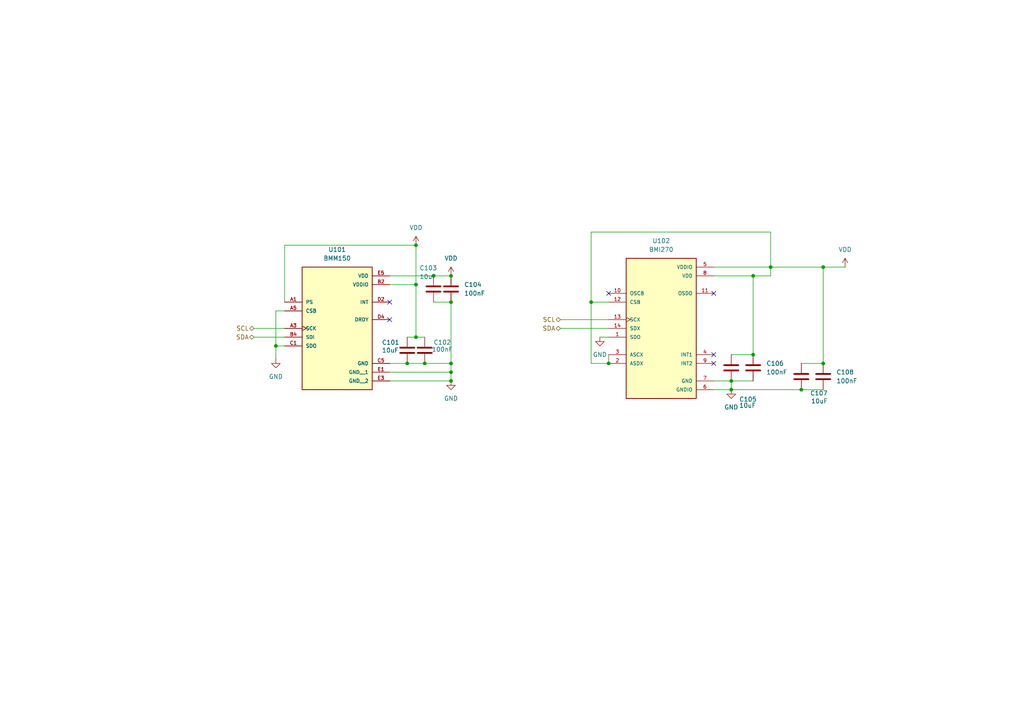
<source format=kicad_sch>
(kicad_sch (version 20250114) (generator "eeschema") (generator_version "9.0")
  (paper "A4")
  (lib_symbols
    (symbol "Device:C" (pin_numbers (hide yes)) (pin_names (offset 0.254))
      (property "Reference" "C" (at 0.635 2.54 0))
      (property "Value" "C" (at 0.635 -2.54 0))
      (symbol "C_0_1"
        (polyline (pts (xy -2.032 0.762) (xy 2.032 0.762)) (stroke (width 0.508)))
        (polyline (pts (xy -2.032 -0.762) (xy 2.032 -0.762)) (stroke (width 0.508)))
      )
      (symbol "C_1_1"
        (pin passive line (at 0 3.81 270) (length 2.794) (name "~") (number "1"))
        (pin passive line (at 0 -3.81 90) (length 2.794) (name "~") (number "2"))
      )
    )
    (symbol "WOBC_BMI270:BMI270" (pin_names (offset 1.016))
      (property "Reference" "U" (at -10.16 21.082 0))
      (property "Value" "BMI270" (at -10.16 -22.86 0))
      (symbol "BMI270_0_0"
        (rectangle (start -10.16 -20.32) (end 10.16 20.32) (stroke (width 0.254)) (fill (type background)))
        (pin input line (at -15.24 10.16 0) (length 5.08) (name "OSCB") (number "10"))
        (pin input line (at -15.24 7.62 0) (length 5.08) (name "CSB") (number "12"))
        (pin input clock (at -15.24 2.54 0) (length 5.08) (name "SCX") (number "13"))
        (pin bidirectional line (at -15.24 0 0) (length 5.08) (name "SDX") (number "14"))
        (pin bidirectional line (at -15.24 -2.54 0) (length 5.08) (name "SDO") (number "1"))
        (pin bidirectional line (at -15.24 -7.62 0) (length 5.08) (name "ASCX") (number "3"))
        (pin bidirectional line (at -15.24 -10.16 0) (length 5.08) (name "ASDX") (number "2"))
        (pin power_in line (at 15.24 17.78 180) (length 5.08) (name "VDDIO") (number "5"))
        (pin power_in line (at 15.24 15.24 180) (length 5.08) (name "VDD") (number "8"))
        (pin output line (at 15.24 10.16 180) (length 5.08) (name "OSDO") (number "11"))
        (pin bidirectional line (at 15.24 -7.62 180) (length 5.08) (name "INT1") (number "4"))
        (pin bidirectional line (at 15.24 -10.16 180) (length 5.08) (name "INT2") (number "9"))
        (pin power_in line (at 15.24 -15.24 180) (length 5.08) (name "GND") (number "7"))
        (pin power_in line (at 15.24 -17.78 180) (length 5.08) (name "GNDIO") (number "6"))
      )
    )
    (symbol "WOBC_BMM150:BMM150" (pin_names (offset 1.016))
      (property "Reference" "U" (at -10.16 16.51 0))
      (property "Value" "BMM150" (at -10.16 -21.59 0))
      (symbol "BMM150_0_0"
        (rectangle (start -10.16 -20.32) (end 10.16 15.24) (stroke (width 0.254)) (fill (type background)))
        (pin input line (at -15.24 5.08 0) (length 5.08) (name "PS") (number "A1"))
        (pin input line (at -15.24 2.54 0) (length 5.08) (name "CSB") (number "A5"))
        (pin input clock (at -15.24 -2.54 0) (length 5.08) (name "SCK") (number "A3"))
        (pin bidirectional line (at -15.24 -5.08 0) (length 5.08) (name "SDI") (number "B4"))
        (pin output line (at -15.24 -7.62 0) (length 5.08) (name "SDO") (number "C1"))
        (pin power_in line (at 15.24 12.7 180) (length 5.08) (name "VDD") (number "E5"))
        (pin power_in line (at 15.24 10.16 180) (length 5.08) (name "VDDIO") (number "B2"))
        (pin output line (at 15.24 5.08 180) (length 5.08) (name "INT") (number "D2"))
        (pin output line (at 15.24 0 180) (length 5.08) (name "DRDY") (number "D4"))
        (pin power_in line (at 15.24 -12.7 180) (length 5.08) (name "GND") (number "C5"))
        (pin power_in line (at 15.24 -15.24 180) (length 5.08) (name "GND__1") (number "E1"))
        (pin power_in line (at 15.24 -17.78 180) (length 5.08) (name "GND__2") (number "E3"))
      )
    )
    (symbol "power:GND" (power) (pin_numbers (hide yes)) (pin_names (offset 0) (hide yes))
      (property "Value" "GND" (at 0 -3.81 0))
      (symbol "GND_0_1"
        (polyline (pts (xy 0 0) (xy 0 -1.27) (xy 1.27 -1.27) (xy 0 -2.54) (xy -1.27 -1.27) (xy 0 -1.27)))
      )
      (symbol "GND_1_1"
        (pin power_in line (at 0 0 270) (length 0) (name "~") (number "1"))
      )
    )
    (symbol "power:VDD" (power) (pin_numbers (hide yes)) (pin_names (offset 0) (hide yes))
      (property "Value" "VDD" (at 0 3.556 0))
      (symbol "VDD_0_1"
        (polyline (pts (xy -0.762 1.27) (xy 0 2.54)))
        (polyline (pts (xy 0 2.54) (xy 0.762 1.27)))
        (polyline (pts (xy 0 0) (xy 0 2.54)))
      )
      (symbol "VDD_1_1"
        (pin power_in line (at 0 0 90) (length 0) (name "~") (number "1"))
      )
    )
  )
  (junction (at 238.76 77.47))
  (junction (at 80.01 100.33))
  (junction (at 120.65 71.12))
  (junction (at 171.45 87.63))
  (junction (at 238.76 105.41))
  (junction (at 125.73 80.01))
  (junction (at 218.44 80.01))
  (junction (at 212.09 113.03))
  (junction (at 218.44 102.87))
  (junction (at 130.81 105.41))
  (junction (at 130.81 87.63))
  (junction (at 232.41 113.03))
  (junction (at 176.53 105.41))
  (junction (at 223.52 77.47))
  (junction (at 212.09 110.49))
  (junction (at 118.11 105.41))
  (junction (at 123.19 105.41))
  (junction (at 130.81 110.49))
  (junction (at 120.65 82.55))
  (junction (at 130.81 80.01))
  (junction (at 130.81 107.95))
  (junction (at 120.65 97.79))
  (no_connect (at 207.01 85.09))
  (no_connect (at 113.03 87.63))
  (no_connect (at 207.01 105.41))
  (no_connect (at 207.01 102.87))
  (no_connect (at 113.03 92.71))
  (no_connect (at 176.53 85.09))
  (wire (pts (xy 232.41 113.03) (xy 238.76 113.03)))
  (wire (pts (xy 125.73 80.01) (xy 130.81 80.01)))
  (wire (pts (xy 171.45 105.41) (xy 176.53 105.41)))
  (wire (pts (xy 171.45 87.63) (xy 171.45 67.31)))
  (wire (pts (xy 118.11 105.41) (xy 123.19 105.41)))
  (wire (pts (xy 171.45 87.63) (xy 176.53 87.63)))
  (wire (pts (xy 113.03 82.55) (xy 120.65 82.55)))
  (wire (pts (xy 82.55 71.12) (xy 120.65 71.12)))
  (wire (pts (xy 118.11 97.79) (xy 120.65 97.79)))
  (wire (pts (xy 218.44 80.01) (xy 223.52 80.01)))
  (wire (pts (xy 125.73 87.63) (xy 130.81 87.63)))
  (wire (pts (xy 207.01 77.47) (xy 223.52 77.47)))
  (wire (pts (xy 207.01 110.49) (xy 212.09 110.49)))
  (wire (pts (xy 82.55 87.63) (xy 82.55 71.12)))
  (wire (pts (xy 120.65 71.12) (xy 120.65 82.55)))
  (wire (pts (xy 120.65 97.79) (xy 123.19 97.79)))
  (wire (pts (xy 82.55 90.17) (xy 80.01 90.17)))
  (wire (pts (xy 130.81 107.95) (xy 113.03 107.95)))
  (wire (pts (xy 212.09 110.49) (xy 212.09 113.03)))
  (wire (pts (xy 73.66 95.25) (xy 82.55 95.25)))
  (wire (pts (xy 171.45 67.31) (xy 223.52 67.31)))
  (wire (pts (xy 80.01 100.33) (xy 80.01 104.14)))
  (wire (pts (xy 73.66 97.79) (xy 82.55 97.79)))
  (wire (pts (xy 162.56 95.25) (xy 176.53 95.25)))
  (wire (pts (xy 123.19 105.41) (xy 130.81 105.41)))
  (wire (pts (xy 223.52 67.31) (xy 223.52 77.47)))
  (wire (pts (xy 207.01 80.01) (xy 218.44 80.01)))
  (wire (pts (xy 113.03 80.01) (xy 125.73 80.01)))
  (wire (pts (xy 212.09 110.49) (xy 218.44 110.49)))
  (wire (pts (xy 176.53 92.71) (xy 162.56 92.71)))
  (wire (pts (xy 212.09 113.03) (xy 232.41 113.03)))
  (wire (pts (xy 207.01 113.03) (xy 212.09 113.03)))
  (wire (pts (xy 171.45 105.41) (xy 171.45 87.63)))
  (wire (pts (xy 130.81 110.49) (xy 130.81 107.95)))
  (wire (pts (xy 80.01 90.17) (xy 80.01 100.33)))
  (wire (pts (xy 130.81 87.63) (xy 130.81 105.41)))
  (wire (pts (xy 120.65 82.55) (xy 120.65 97.79)))
  (wire (pts (xy 218.44 80.01) (xy 218.44 102.87)))
  (wire (pts (xy 130.81 105.41) (xy 130.81 107.95)))
  (wire (pts (xy 238.76 77.47) (xy 238.76 105.41)))
  (wire (pts (xy 113.03 110.49) (xy 130.81 110.49)))
  (wire (pts (xy 232.41 105.41) (xy 238.76 105.41)))
  (wire (pts (xy 212.09 102.87) (xy 218.44 102.87)))
  (wire (pts (xy 113.03 105.41) (xy 118.11 105.41)))
  (wire (pts (xy 223.52 77.47) (xy 238.76 77.47)))
  (wire (pts (xy 223.52 77.47) (xy 223.52 80.01)))
  (wire (pts (xy 176.53 97.79) (xy 173.99 97.79)))
  (wire (pts (xy 176.53 102.87) (xy 176.53 105.41)))
  (wire (pts (xy 82.55 100.33) (xy 80.01 100.33)))
  (wire (pts (xy 238.76 77.47) (xy 245.11 77.47)))
  (hierarchical_label "SDA" (shape bidirectional) (at 73.66 97.79 180))
  (hierarchical_label "SCL" (shape bidirectional) (at 162.56 92.71 180))
  (hierarchical_label "SDA" (shape bidirectional) (at 162.56 95.25 180))
  (hierarchical_label "SCL" (shape bidirectional) (at 73.66 95.25 180))
  (symbol (lib_id "power:VDD") (at 245.11 77.47 0) (unit 1)
    (property "Reference" "#PWR0107" (effects (hide yes)))
    (property "Value" "VDD" (at 245.11 72.39 0))
    (property "Description" "Power symbol creates a global label with name \"VDD\"" (effects (hide yes)))
  )
  (symbol (lib_id "power:VDD") (at 120.65 71.12 0) (unit 1)
    (property "Reference" "#PWR0102" (effects (hide yes)))
    (property "Value" "VDD" (at 120.65 66.04 0))
    (property "Description" "Power symbol creates a global label with name \"VDD\"" (effects (hide yes)))
  )
  (symbol (lib_id "WOBC_BMI270:BMI270") (at 191.77 95.25 0) (unit 1)
    (property "Reference" "U102" (at 191.77 69.85 0))
    (property "Value" "BMI270" (at 191.77 72.39 0))
    (property "Footprint" "WOBCLibrary:XDCR_BMI270" (effects (hide yes)))
    (property "PATREV" "1.0" (effects (hide yes)))
    (property "STANDARD" "Manufacturer Recommendations" (effects (hide yes)))
    (property "MAXIMUM_PACKAGE_HEIGHT" "0.87mm" (effects (hide yes)))
    (property "MANUFACTURER" "Bosch Sensortec" (effects (hide yes)))
  )
  (symbol (lib_id "Device:C") (at 130.81 83.82 0) (unit 1)
    (property "Reference" "C104" (at 134.62 82.5499 0) (effects (justify left)))
    (property "Value" "100nF" (at 134.62 85.0899 0) (effects (justify left)))
    (property "Footprint" "Capacitor_SMD:C_0402_1005Metric" (effects (hide yes)))
    (property "Description" "Unpolarized capacitor" (effects (hide yes)))
  )
  (symbol (lib_id "Device:C") (at 125.73 83.82 0) (unit 1)
    (property "Reference" "C103" (at 121.666 77.724 0) (effects (justify left)))
    (property "Value" "10uF" (at 121.666 80.264 0) (effects (justify left)))
    (property "Footprint" "Capacitor_SMD:C_0603_1608Metric" (effects (hide yes)))
    (property "Description" "Unpolarized capacitor" (effects (hide yes)))
  )
  (symbol (lib_id "Device:C") (at 118.11 101.6 0) (unit 1)
    (property "Reference" "C101" (at 110.744 99.314 0) (effects (justify left)))
    (property "Value" "10uF" (at 110.744 101.6 0) (effects (justify left)))
    (property "Footprint" "Capacitor_SMD:C_0603_1608Metric" (effects (hide yes)))
    (property "Description" "Unpolarized capacitor" (effects (hide yes)))
  )
  (symbol (lib_id "WOBC_BMM150:BMM150") (at 97.79 92.71 0) (unit 1)
    (property "Reference" "U101" (at 97.79 72.39 0))
    (property "Value" "BMM150" (at 97.79 74.93 0))
    (property "Footprint" "WOBCLibrary:XDCR_BMM150" (effects (hide yes)))
    (property "MF" "Bosch Sensortec" (effects (hide yes)))
    (property "DESCRIPTION" "BMM150 Series 3.6 V Surface Mount Three-Axis Geomagnetic Sensor - WLCSP-12" (effects (hide yes)))
    (property "PACKAGE" "WLCSP-12 Bosch" (effects (hide yes)))
    (property "PRICE" "None" (effects (hide yes)))
    (property "MP" "BMM150" (effects (hide yes)))
    (property "AVAILABILITY" "Unavailable" (effects (hide yes)))
  )
  (symbol (lib_id "Device:C") (at 238.76 109.22 0) (unit 1)
    (property "Reference" "C108" (at 242.57 107.9499 0) (effects (justify left)))
    (property "Value" "100nF" (at 242.57 110.4899 0) (effects (justify left)))
    (property "Footprint" "Capacitor_SMD:C_0402_1005Metric" (effects (hide yes)))
    (property "Description" "Unpolarized capacitor" (effects (hide yes)))
  )
  (symbol (lib_id "Device:C") (at 232.41 109.22 0) (unit 1)
    (property "Reference" "C107" (at 234.95 114.046 0) (effects (justify left)))
    (property "Value" "10uF" (at 235.204 116.332 0) (effects (justify left)))
    (property "Footprint" "Capacitor_SMD:C_0603_1608Metric" (effects (hide yes)))
    (property "Description" "Unpolarized capacitor" (effects (hide yes)))
  )
  (symbol (lib_id "power:GND") (at 173.99 97.79 0) (unit 1)
    (property "Reference" "#PWR0105" (effects (hide yes)))
    (property "Value" "GND" (at 173.99 102.87 0))
    (property "Description" "Power symbol creates a global label with name \"GND\" , ground" (effects (hide yes)))
  )
  (symbol (lib_id "Device:C") (at 123.19 101.6 0) (unit 1)
    (property "Reference" "C102" (at 125.73 99.314 0) (effects (justify left)))
    (property "Value" "100nF" (at 125.222 101.346 0) (effects (justify left)))
    (property "Footprint" "Capacitor_SMD:C_0402_1005Metric" (effects (hide yes)))
    (property "Description" "Unpolarized capacitor" (effects (hide yes)))
  )
  (symbol (lib_id "Device:C") (at 218.44 106.68 0) (unit 1)
    (property "Reference" "C106" (at 222.25 105.4099 0) (effects (justify left)))
    (property "Value" "100nF" (at 222.25 107.9499 0) (effects (justify left)))
    (property "Footprint" "Capacitor_SMD:C_0402_1005Metric" (effects (hide yes)))
    (property "Description" "Unpolarized capacitor" (effects (hide yes)))
  )
  (symbol (lib_id "power:VDD") (at 130.81 80.01 0) (unit 1)
    (property "Reference" "#PWR0103" (effects (hide yes)))
    (property "Value" "VDD" (at 130.81 74.93 0))
    (property "Description" "Power symbol creates a global label with name \"VDD\"" (effects (hide yes)))
  )
  (symbol (lib_id "power:GND") (at 80.01 104.14 0) (unit 1)
    (property "Reference" "#PWR0101" (effects (hide yes)))
    (property "Value" "GND" (at 80.01 109.22 0))
    (property "Description" "Power symbol creates a global label with name \"GND\" , ground" (effects (hide yes)))
  )
  (symbol (lib_id "power:GND") (at 212.09 113.03 0) (unit 1)
    (property "Reference" "#PWR0106" (effects (hide yes)))
    (property "Value" "GND" (at 212.09 118.11 0))
    (property "Description" "Power symbol creates a global label with name \"GND\" , ground" (effects (hide yes)))
  )
  (symbol (lib_id "Device:C") (at 212.09 106.68 0) (unit 1)
    (property "Reference" "C105" (at 214.376 115.824 0) (effects (justify left)))
    (property "Value" "10uF" (at 214.376 117.602 0) (effects (justify left)))
    (property "Footprint" "Capacitor_SMD:C_0603_1608Metric" (effects (hide yes)))
    (property "Description" "Unpolarized capacitor" (effects (hide yes)))
  )
  (symbol (lib_id "power:GND") (at 130.81 110.49 0) (unit 1)
    (property "Reference" "#PWR0104" (effects (hide yes)))
    (property "Value" "GND" (at 130.81 115.57 0))
    (property "Description" "Power symbol creates a global label with name \"GND\" , ground" (effects (hide yes)))
  )
)
</source>
